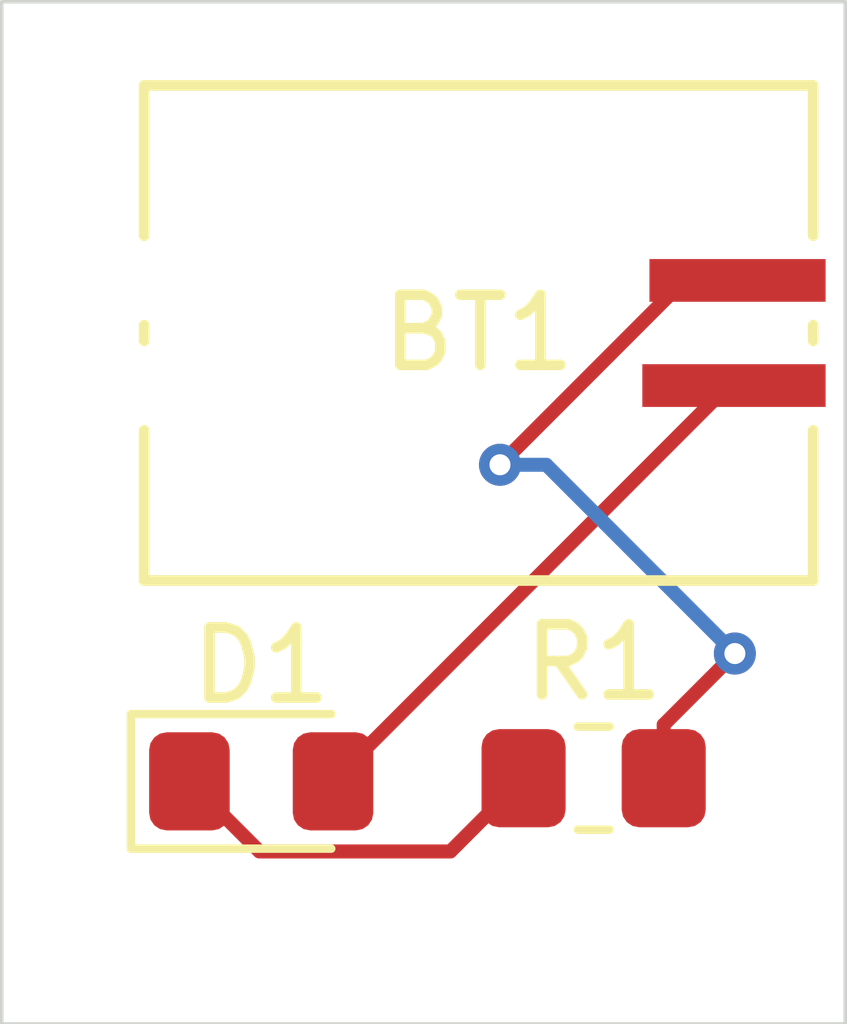
<source format=kicad_pcb>
(kicad_pcb (version 20240108) (generator "pcbnew") (generator_version "8.0")
  (title_block (title "LED Demo Board") (date "2024-10-11") (rev "1.0") (company "Formula Slug"))
  (layers (0 "F.Cu" signal) (31 "B.Cu" signal) (34 "B.Paste" user) (35 "F.Paste" user) (36 "B.SilkS" user "B.Silkscreen") (37 "F.SilkS" user "F.Silkscreen") (38 "B.Mask" user) (39 "F.Mask" user) (44 "Edge.Cuts" user))
  (net 0 "")
  (net 1 "Net-(BT1--)")
  (net 2 "Net-(BT1-+)")
  (net 3 "Net-(D1-K)")
  (footprint "LED_SMD:LED_0805_2012Metric_Pad1.15x1.40mm_HandSolder" (layer "F.Cu") (at 140.4574 100.2226)
    (property "Reference" "D1" (at 0 -1.65 0) (layer "F.SilkS"))
    (property "Value" "LED")
    (fp_line (start -1.86 -0.96) (end -1.86 0.96) (stroke (width 0.12)) (layer "F.SilkS"))
    (fp_line (start -1.86 0.96) (end 1 0.96) (stroke (width 0.12)) (layer "F.SilkS"))
    (fp_line (start 1 -0.96) (end -1.86 -0.96) (stroke (width 0.12)) (layer "F.SilkS"))
    (pad "1" smd roundrect (at -1.025 0) (size 1.15 1.4) (layers "F.Cu" "F.Paste" "F.Mask") (roundrect_rratio 0.217391) (net 3 "Net-(D1-K)"))
    (pad "2" smd roundrect (at 1.025 0) (size 1.15 1.4) (layers "F.Cu" "F.Paste" "F.Mask") (roundrect_rratio 0.217391) (net 2 "Net-(BT1-+)"))
  )
  (footprint "Resistor_SMD:R_0805_2012Metric_Pad1.20x1.40mm_HandSolder" (layer "F.Cu") (at 145.2024 100.1776)
    (property "Reference" "R1" (at 0 -1.65 0) (layer "F.SilkS"))
    (property "Value" "R")
    (fp_line (start -0.227064 -0.735) (end 0.227064 -0.735) (stroke (width 0.12)) (layer "F.SilkS"))
    (fp_line (start -0.227064 0.735) (end 0.227064 0.735) (stroke (width 0.12)) (layer "F.SilkS"))
    (pad "1" smd roundrect (at -1 0) (size 1.2 1.4) (layers "F.Cu" "F.Paste" "F.Mask") (roundrect_rratio 0.208333) (net 3 "Net-(D1-K)"))
    (pad "2" smd roundrect (at 1 0) (size 1.2 1.4) (layers "F.Cu" "F.Paste" "F.Mask") (roundrect_rratio 0.208333) (net 1 "Net-(BT1--)"))
  )
  (footprint "FS_3_Global_Footprint_Library:MS621FE-FL11E_SEC" (layer "F.Cu") (at 143.5608 93.8276 180)
    (property "Reference" "BT1" (at 0 0 0) (layer "F.SilkS"))
    (property "Value" "Battery_Cell")
    (fp_line (start 4.7752 3.5306) (end 4.7752 1.387541) (stroke (width 0.1524)) (layer "F.SilkS"))
    (fp_line (start 4.7752 0.112461) (end 4.7752 -0.112461) (stroke (width 0.1524)) (layer "F.SilkS"))
    (fp_line (start 4.7752 -1.387541) (end 4.7752 -3.5306) (stroke (width 0.1524)) (layer "F.SilkS"))
    (fp_line (start 4.7752 -3.5306) (end -4.7752 -3.5306) (stroke (width 0.1524)) (layer "F.SilkS"))
    (fp_line (start -4.7752 3.5306) (end 4.7752 3.5306) (stroke (width 0.1524)) (layer "F.SilkS"))
    (fp_line (start -4.7752 1.387541) (end -4.7752 3.5306) (stroke (width 0.1524)) (layer "F.SilkS"))
    (fp_line (start -4.7752 -0.112461) (end -4.7752 0.112461) (stroke (width 0.1524)) (layer "F.SilkS"))
    (fp_line (start -4.7752 -3.5306) (end -4.7752 -1.387541) (stroke (width 0.1524)) (layer "F.SilkS"))
    (pad "1" smd rect (at -3.6449 -0.750001 180) (size 2.6162 0.6096) (layers "F.Cu" "F.Paste" "F.Mask") (net 2 "Net-(BT1-+)"))
    (pad "2" smd rect (at -3.6957 0.750001 180) (size 2.5146 0.6096) (layers "F.Cu" "F.Paste" "F.Mask") (net 1 "Net-(BT1--)"))
  )
  (gr_rect (start 136.7536 89.1032) (end 148.7932 103.6828) (stroke (width 0.05)) (fill none) (layer "Edge.Cuts"))
  (segment (start 148.093999 93.077599) (end 147.2565 93.077599) (width 0.2) (layer "F.Cu") (net 1))
  (segment (start 146.495201 93.077599) (end 147.2565 93.077599) (width 0.2) (layer "F.Cu") (net 1))
  (segment (start 143.8656 95.7072) (end 146.495201 93.077599) (width 0.2) (layer "F.Cu") (net 1))
  (segment (start 146.2024 100.1776) (end 146.2024 99.4156) (width 0.2) (layer "F.Cu") (net 1))
  (segment (start 146.2024 99.4156) (end 147.2184 98.3996) (width 0.2) (layer "F.Cu") (net 1))
  (via (at 143.8656 95.7072) (size 0.6) (drill 0.3) (layers "F.Cu" "B.Cu") (net 1))
  (via (at 147.2184 98.3996) (size 0.6) (drill 0.3) (layers "F.Cu" "B.Cu") (net 1))
  (segment (start 147.2184 98.3996) (end 144.526 95.7072) (width 0.2) (layer "B.Cu") (net 1))
  (segment (start 144.526 95.7072) (end 143.8656 95.7072) (width 0.2) (layer "B.Cu") (net 1))
  (segment (start 147.127399 94.577601) (end 141.4824 100.2226) (width 0.2) (layer "F.Cu") (net 2))
  (segment (start 147.2057 94.577601) (end 147.127399 94.577601) (width 0.2) (layer "F.Cu") (net 2))
  (segment (start 140.4324 101.2226) (end 139.4324 100.2226) (width 0.2) (layer "F.Cu") (net 3))
  (segment (start 144.2024 100.1776) (end 143.1574 101.2226) (width 0.2) (layer "F.Cu") (net 3))
  (segment (start 143.1574 101.2226) (end 140.4324 101.2226) (width 0.2) (layer "F.Cu") (net 3))
)
</source>
